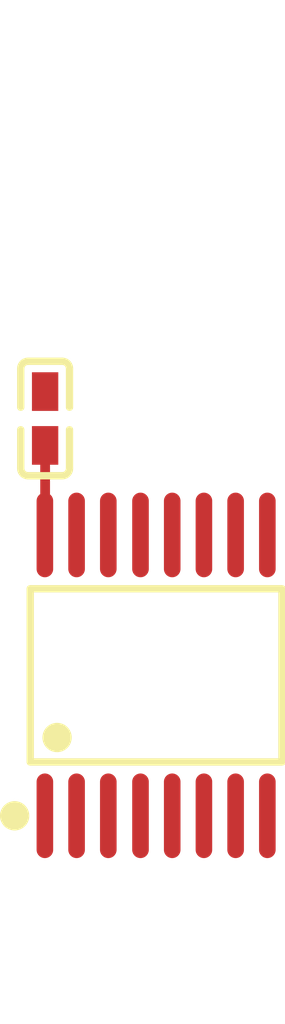
<source format=kicad_pcb>
(kicad_pcb (version 20241229) (generator "pcbnew") (generator_version "9.0")
  (layers (0 "F.Cu" signal) (2 "B.Cu" signal) (13 "F.Paste" user) (15 "B.Paste" user) (5 "F.SilkS" user "F.Silkscreen") (7 "B.SilkS" user "B.Silkscreen") (1 "F.Mask" user) (3 "B.Mask" user) (25 "Edge.Cuts" user))
  (net 0 "")
  (net 1 "I_O1")
  (net 2 "nINT")
  (net 3 "I_O0")
  (net 4 "I_O5")
  (net 5 "SDA")
  (net 6 "I_O4")
  (net 7 "gnd")
  (net 8 "I_O7")
  (net 9 "A2")
  (net 10 "A1")
  (net 11 "I_O6")
  (net 12 "VDD")
  (net 13 "I_O2")
  (net 14 "A0")
  (net 15 "I_O3")
  (net 16 "SCL")
  (footprint "Samsung_Electro_Mechanics_CL05B104KO5NNNC:C0402" (layer "F.Cu") (at -2.275 -5.25 90)
    (property "Reference" "C1" (hide yes))
    (property "Value" "100nF ±10% 16V X7R")
    (fp_line (start 1.02 -0.5) (end 0.23 -0.5) (stroke (width 0.15)) (layer "F.SilkS"))
    (fp_line (start -1.02 -0.5) (end -0.23 -0.5) (stroke (width 0.15)) (layer "F.SilkS"))
    (fp_line (start 1.17 0.35) (end 1.17 -0.35) (stroke (width 0.15)) (layer "F.SilkS"))
    (fp_line (start -1.17 0.35) (end -1.17 -0.35) (stroke (width 0.15)) (layer "F.SilkS"))
    (fp_line (start 0.23 0.5) (end 1.02 0.5) (stroke (width 0.15)) (layer "F.SilkS"))
    (fp_line (start -0.23 0.5) (end -1.02 0.5) (stroke (width 0.15)) (layer "F.SilkS"))
    (fp_arc (start 1.02 -0.5) (mid 1.126066 -0.456066) (end 1.17 -0.35) (stroke (width 0.15)) (layer "F.SilkS"))
    (fp_arc (start -1.17 -0.35) (mid -1.126066 -0.456066) (end -1.02 -0.5) (stroke (width 0.15)) (layer "F.SilkS"))
    (fp_arc (start 1.17 0.35) (mid 1.126066 0.456066) (end 1.02 0.5) (stroke (width 0.15)) (layer "F.SilkS"))
    (fp_arc (start -1.02 0.5) (mid -1.126066 0.456066) (end -1.17 0.35) (stroke (width 0.15)) (layer "F.SilkS"))
    (pad "1" smd rect (at -0.55 0 90) (size 0.79 0.54) (layers "F.Cu" "F.Mask" "F.Paste") (net 12 "VDD"))
    (pad "2" smd rect (at 0.55 0 90) (size 0.79 0.54) (layers "F.Cu" "F.Mask" "F.Paste") (net 7 "gnd"))
  )
  (footprint "NXP_Semicon_PCA9554PW_118:TSSOP-16_L5.0-W4.4-P0.65-LS6.4-BL" (layer "F.Cu") (at 0 0 0)
    (property "Reference" "U1" (hide yes))
    (property "Value" "")
    (fp_line (start -2.58 -1.77) (end 2.58 -1.77) (stroke (width 0.15)) (layer "F.SilkS"))
    (fp_line (start -2.58 1.77) (end -2.58 -1.77) (stroke (width 0.15)) (layer "F.SilkS"))
    (fp_line (start 2.58 -1.77) (end 2.58 1.77) (stroke (width 0.15)) (layer "F.SilkS"))
    (fp_line (start 2.58 1.77) (end -2.58 1.77) (stroke (width 0.15)) (layer "F.SilkS"))
    (fp_circle (center -2.9 2.87) (end -2.75 2.87) (stroke (width 0.3)) (fill no) (layer "F.SilkS"))
    (fp_circle (center -2.03 1.27) (end -1.88 1.27) (stroke (width 0.3)) (fill no) (layer "F.SilkS"))
    (pad "1" smd oval (at -2.28 2.87 0) (size 0.34 1.73) (layers "F.Cu" "F.Mask" "F.Paste") (net 14 "A0"))
    (pad "2" smd oval (at -1.63 2.87 0) (size 0.34 1.73) (layers "F.Cu" "F.Mask" "F.Paste") (net 10 "A1"))
    (pad "3" smd oval (at -0.98 2.87 0) (size 0.34 1.73) (layers "F.Cu" "F.Mask" "F.Paste") (net 9 "A2"))
    (pad "4" smd oval (at -0.32 2.87 0) (size 0.34 1.73) (layers "F.Cu" "F.Mask" "F.Paste") (net 3 "I_O0"))
    (pad "5" smd oval (at 0.33 2.87 0) (size 0.34 1.73) (layers "F.Cu" "F.Mask" "F.Paste") (net 1 "I_O1"))
    (pad "6" smd oval (at 0.98 2.87 0) (size 0.34 1.73) (layers "F.Cu" "F.Mask" "F.Paste") (net 13 "I_O2"))
    (pad "7" smd oval (at 1.63 2.87 0) (size 0.34 1.73) (layers "F.Cu" "F.Mask" "F.Paste") (net 15 "I_O3"))
    (pad "8" smd oval (at 2.28 2.87 0) (size 0.34 1.73) (layers "F.Cu" "F.Mask" "F.Paste") (net 7 "gnd"))
    (pad "9" smd oval (at 2.28 -2.87 0) (size 0.34 1.73) (layers "F.Cu" "F.Mask" "F.Paste") (net 6 "I_O4"))
    (pad "10" smd oval (at 1.63 -2.87 0) (size 0.34 1.73) (layers "F.Cu" "F.Mask" "F.Paste") (net 4 "I_O5"))
    (pad "11" smd oval (at 0.98 -2.87 0) (size 0.34 1.73) (layers "F.Cu" "F.Mask" "F.Paste") (net 11 "I_O6"))
    (pad "12" smd oval (at 0.33 -2.87 0) (size 0.34 1.73) (layers "F.Cu" "F.Mask" "F.Paste") (net 8 "I_O7"))
    (pad "13" smd oval (at -0.32 -2.87 0) (size 0.34 1.73) (layers "F.Cu" "F.Mask" "F.Paste") (net 2 "nINT"))
    (pad "14" smd oval (at -0.98 -2.87 0) (size 0.34 1.73) (layers "F.Cu" "F.Mask" "F.Paste") (net 16 "SCL"))
    (pad "15" smd oval (at -1.63 -2.87 0) (size 0.34 1.73) (layers "F.Cu" "F.Mask" "F.Paste") (net 5 "SDA"))
    (pad "16" smd oval (at -2.28 -2.87 0) (size 0.34 1.73) (layers "F.Cu" "F.Mask" "F.Paste") (net 12 "VDD"))
  )
  (segment (start -2.275 -2.875) (end -2.28 -2.87) (width 0.2) (net 12) (layer "F.Cu"))
  (segment (start -2.275 -4.7) (end -2.275 -2.875) (width 0.2) (net 12) (layer "F.Cu"))
)
</source>
